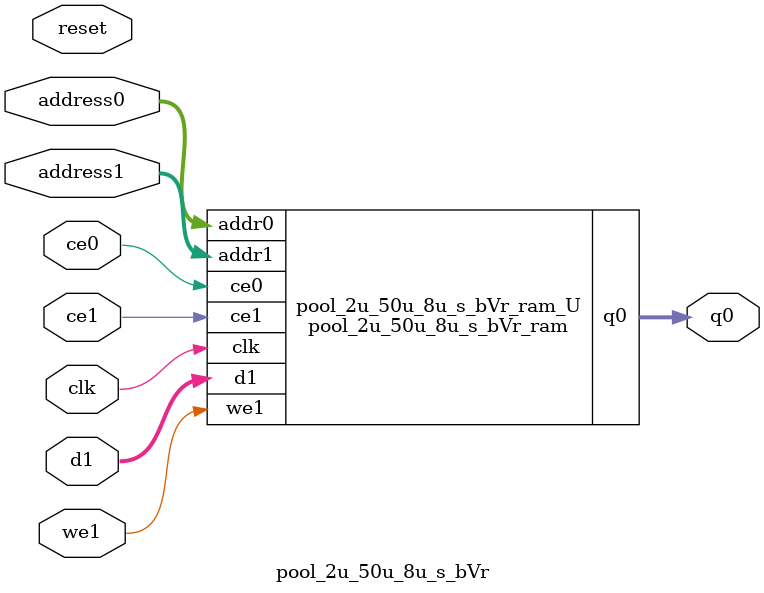
<source format=v>
`timescale 1 ns / 1 ps
module pool_2u_50u_8u_s_bVr_ram (addr0, ce0, q0, addr1, ce1, d1, we1,  clk);

parameter DWIDTH = 32;
parameter AWIDTH = 8;
parameter MEM_SIZE = 200;

input[AWIDTH-1:0] addr0;
input ce0;
output reg[DWIDTH-1:0] q0;
input[AWIDTH-1:0] addr1;
input ce1;
input[DWIDTH-1:0] d1;
input we1;
input clk;

(* ram_style = "distributed" *)reg [DWIDTH-1:0] ram[0:MEM_SIZE-1];




always @(posedge clk)  
begin 
    if (ce0) 
    begin
        q0 <= ram[addr0];
    end
end


always @(posedge clk)  
begin 
    if (ce1) 
    begin
        if (we1) 
        begin 
            ram[addr1] <= d1; 
        end 
    end
end


endmodule

`timescale 1 ns / 1 ps
module pool_2u_50u_8u_s_bVr(
    reset,
    clk,
    address0,
    ce0,
    q0,
    address1,
    ce1,
    we1,
    d1);

parameter DataWidth = 32'd32;
parameter AddressRange = 32'd200;
parameter AddressWidth = 32'd8;
input reset;
input clk;
input[AddressWidth - 1:0] address0;
input ce0;
output[DataWidth - 1:0] q0;
input[AddressWidth - 1:0] address1;
input ce1;
input we1;
input[DataWidth - 1:0] d1;



pool_2u_50u_8u_s_bVr_ram pool_2u_50u_8u_s_bVr_ram_U(
    .clk( clk ),
    .addr0( address0 ),
    .ce0( ce0 ),
    .q0( q0 ),
    .addr1( address1 ),
    .ce1( ce1 ),
    .we1( we1 ),
    .d1( d1 ));

endmodule


</source>
